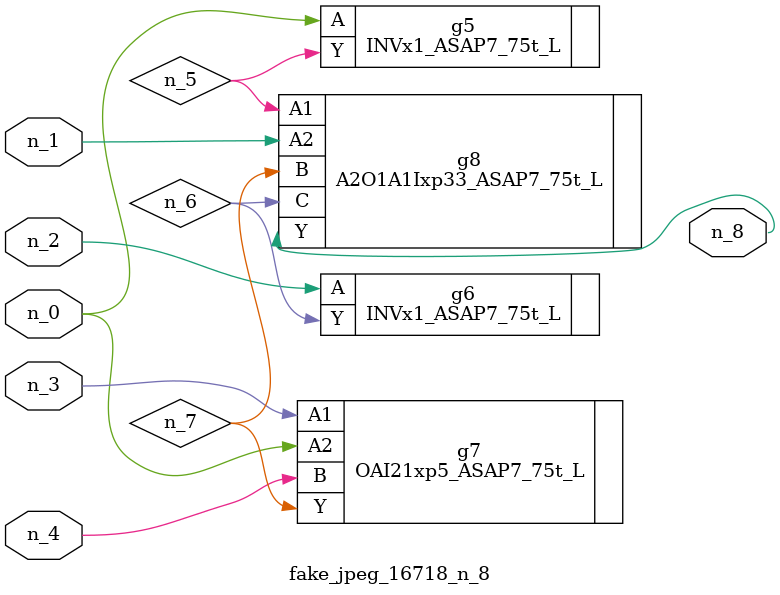
<source format=v>
module fake_jpeg_16718_n_8 (n_3, n_2, n_1, n_0, n_4, n_8);

input n_3;
input n_2;
input n_1;
input n_0;
input n_4;

output n_8;

wire n_6;
wire n_5;
wire n_7;

INVx1_ASAP7_75t_L g5 ( 
.A(n_0),
.Y(n_5)
);

INVx1_ASAP7_75t_L g6 ( 
.A(n_2),
.Y(n_6)
);

OAI21xp5_ASAP7_75t_L g7 ( 
.A1(n_3),
.A2(n_0),
.B(n_4),
.Y(n_7)
);

A2O1A1Ixp33_ASAP7_75t_L g8 ( 
.A1(n_5),
.A2(n_1),
.B(n_7),
.C(n_6),
.Y(n_8)
);


endmodule
</source>
